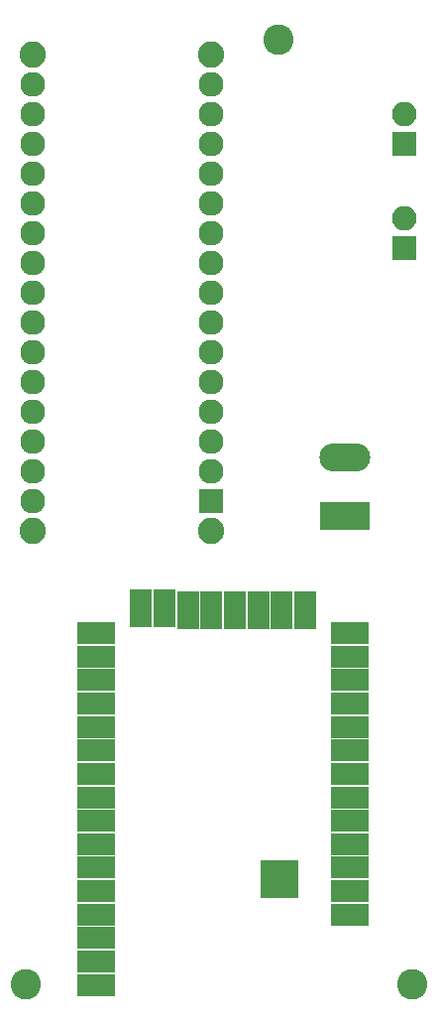
<source format=gts>
G04 #@! TF.FileFunction,Soldermask,Top*
%FSLAX46Y46*%
G04 Gerber Fmt 4.6, Leading zero omitted, Abs format (unit mm)*
G04 Created by KiCad (PCBNEW 4.0.7) date 2018 June 21, Thursday 20:27:03*
%MOMM*%
%LPD*%
G01*
G04 APERTURE LIST*
%ADD10C,0.100000*%
%ADD11R,3.200000X1.920000*%
%ADD12R,1.920000X3.200000*%
%ADD13R,3.190000X3.190000*%
%ADD14C,2.127200*%
%ADD15R,2.127200X2.127200*%
%ADD16C,2.250000*%
%ADD17R,4.360000X2.380000*%
%ADD18O,4.360000X2.380000*%
%ADD19R,2.100000X2.100000*%
%ADD20O,2.100000X2.100000*%
%ADD21C,2.600000*%
G04 APERTURE END LIST*
D10*
D11*
X162975000Y-140724000D03*
X162975000Y-138724000D03*
X162975000Y-136724000D03*
X162975000Y-134724000D03*
X162975000Y-132724000D03*
X162975000Y-130724000D03*
X162975000Y-128724000D03*
X162975000Y-126724000D03*
X162975000Y-124724000D03*
X162975000Y-122724000D03*
X162975000Y-120724000D03*
X162975000Y-118724000D03*
X162975000Y-116724000D03*
D12*
X159125000Y-114744000D03*
X157125000Y-114744000D03*
X155125000Y-114744000D03*
X153125000Y-114744000D03*
X151125000Y-114744000D03*
X149125000Y-114744000D03*
X147125000Y-114626000D03*
X145125000Y-114626000D03*
D11*
X141275000Y-116724000D03*
X141275000Y-118724000D03*
X141275000Y-120724000D03*
X141275000Y-122724000D03*
X141275000Y-124724000D03*
X141275000Y-126724000D03*
X141275000Y-128724000D03*
X141275000Y-130724000D03*
X141275000Y-132724000D03*
X141275000Y-134724000D03*
X141275000Y-136724000D03*
X141275000Y-138724000D03*
X141275000Y-140724000D03*
X141275000Y-142724000D03*
X141275000Y-144724000D03*
X141275000Y-146724000D03*
D13*
X156980000Y-137730000D03*
D14*
X135890000Y-105410000D03*
X135890000Y-102870000D03*
X135890000Y-100330000D03*
X135890000Y-97790000D03*
X135890000Y-95250000D03*
X135890000Y-92710000D03*
X135890000Y-90170000D03*
X135890000Y-87630000D03*
X135890000Y-85090000D03*
X135890000Y-82550000D03*
X135890000Y-80010000D03*
X135890000Y-77470000D03*
X135890000Y-74930000D03*
X135890000Y-72390000D03*
X135890000Y-69850000D03*
X151130000Y-69850000D03*
X151130000Y-72390000D03*
X151130000Y-74930000D03*
X151130000Y-77470000D03*
X151130000Y-80010000D03*
X151130000Y-82550000D03*
X151130000Y-85090000D03*
X151130000Y-87630000D03*
X151130000Y-90170000D03*
X151130000Y-92710000D03*
X151130000Y-95250000D03*
X151130000Y-97790000D03*
X151130000Y-100330000D03*
X151130000Y-102870000D03*
D15*
X151130000Y-105410000D03*
D16*
X151130000Y-107950000D03*
X135890000Y-107950000D03*
X151130000Y-67310000D03*
X135890000Y-67310000D03*
D17*
X162560000Y-106680000D03*
D18*
X162560000Y-101680000D03*
D19*
X167640000Y-83820000D03*
D20*
X167640000Y-81280000D03*
D19*
X167640000Y-74930000D03*
D20*
X167640000Y-72390000D03*
D21*
X168275000Y-146685000D03*
X135255000Y-146685000D03*
X156845000Y-66040000D03*
M02*

</source>
